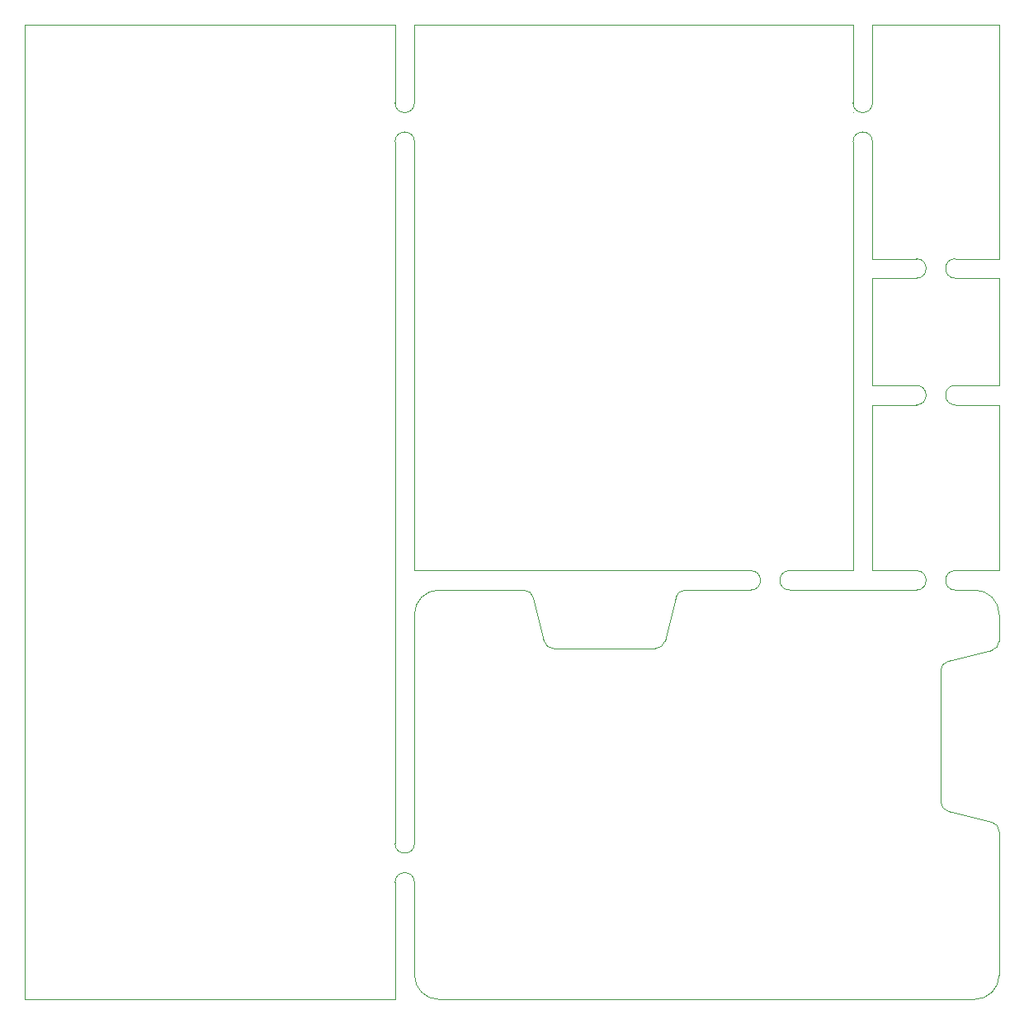
<source format=gm1>
%TF.GenerationSoftware,KiCad,Pcbnew,9.0.2*%
%TF.CreationDate,2025-06-27T14:31:59+02:00*%
%TF.ProjectId,led_driver_220v_p3,6c65645f-6472-4697-9665-725f32323076,rev?*%
%TF.SameCoordinates,Original*%
%TF.FileFunction,Profile,NP*%
%FSLAX46Y46*%
G04 Gerber Fmt 4.6, Leading zero omitted, Abs format (unit mm)*
G04 Created by KiCad (PCBNEW 9.0.2) date 2025-06-27 14:31:59*
%MOMM*%
%LPD*%
G01*
G04 APERTURE LIST*
%TA.AperFunction,Profile*%
%ADD10C,0.050000*%
%TD*%
G04 APERTURE END LIST*
D10*
X150000000Y-137500000D02*
G75*
G02*
X147500000Y-140000000I-2500000J0D01*
G01*
X90000000Y-96000000D02*
X124500000Y-96000000D01*
X150000000Y-66000000D02*
X145500000Y-66000000D01*
X141500000Y-77000000D02*
G75*
G02*
X141500000Y-79000000I0J-1000000D01*
G01*
X50000000Y-40000000D02*
X88000000Y-40000000D01*
X135000000Y-40000000D02*
X135000000Y-48000000D01*
X137000000Y-96000000D02*
X141500000Y-96000000D01*
X90000000Y-100500000D02*
G75*
G02*
X92500000Y-98000000I2500000J0D01*
G01*
X50000000Y-140000000D02*
X50000000Y-40000000D01*
X141500000Y-64000000D02*
X137000000Y-64000000D01*
X145500000Y-96000000D02*
X150000000Y-96000000D01*
X90000000Y-52000000D02*
X90000000Y-96000000D01*
X90000000Y-124000000D02*
X90000000Y-100500000D01*
X150000000Y-103219224D02*
X150000000Y-100500000D01*
X101219224Y-98000000D02*
G75*
G02*
X102189344Y-98757470I-24J-1000000D01*
G01*
X92500000Y-140000000D02*
G75*
G02*
X90000000Y-137500000I0J2500000D01*
G01*
X141500000Y-77000000D02*
X137000000Y-77000000D01*
X144000000Y-106280776D02*
X144000000Y-119719224D01*
X135000000Y-52000000D02*
X135000000Y-96000000D01*
X144000000Y-106280776D02*
G75*
G02*
X144757451Y-105310583I1000100J-24D01*
G01*
X88000000Y-128000000D02*
G75*
G02*
X90000000Y-128000000I1000000J0D01*
G01*
X117780776Y-98000000D02*
X124500000Y-98000000D01*
X149242536Y-121810634D02*
G75*
G02*
X150000023Y-122780776I-242536J-970166D01*
G01*
X145500000Y-66000000D02*
G75*
G02*
X145500000Y-64000000I0J1000000D01*
G01*
X147500000Y-98000000D02*
G75*
G02*
X150000000Y-100500000I0J-2500000D01*
G01*
X124500000Y-96000000D02*
G75*
G02*
X124500000Y-98000000I0J-1000000D01*
G01*
X137000000Y-66000000D02*
X137000000Y-77000000D01*
X104280776Y-104000000D02*
X114719224Y-104000000D01*
X145500000Y-98000000D02*
G75*
G02*
X145500000Y-96000000I0J1000000D01*
G01*
X147500000Y-140000000D02*
X92500000Y-140000000D01*
X150000000Y-40000000D02*
X137000000Y-40000000D01*
X150000000Y-96000000D02*
X150000000Y-79000000D01*
X135000001Y-49000000D02*
X135000001Y-49000000D01*
X135000001Y-49000000D01*
X135000001Y-49000000D01*
X135000001Y-49000000D01*
X135000001Y-49000000D01*
X135000001Y-49000001D01*
X135000001Y-49000001D01*
X135000001Y-49000001D01*
X135000001Y-49000001D01*
X135000001Y-49000001D01*
X135000001Y-49000001D01*
X135000001Y-49000001D01*
X135000000Y-49000001D01*
X135000000Y-49000001D01*
X135000000Y-49000001D01*
X135000000Y-49000001D01*
X135000000Y-49000001D01*
X135000000Y-49000001D01*
X135000000Y-49000001D01*
X135000000Y-49000001D01*
X135000000Y-49000001D01*
X135000000Y-49000001D01*
X135000000Y-49000001D01*
X135000000Y-49000001D01*
X134999999Y-49000001D01*
X134999999Y-49000001D01*
X134999999Y-49000001D01*
X134999999Y-49000001D01*
X134999999Y-49000001D01*
X134999999Y-49000001D01*
X134999999Y-49000000D01*
X134999999Y-49000000D01*
X134999999Y-49000000D01*
X134999999Y-49000000D01*
X134999999Y-49000000D01*
X134999999Y-49000000D01*
X134999999Y-49000000D02*
X134999999Y-49000000D01*
X134999999Y-49000000D01*
X134999999Y-49000000D01*
X134999999Y-49000000D01*
X134999999Y-49000000D01*
X134999999Y-49000000D01*
X134999999Y-48999999D01*
X134999999Y-48999999D01*
X134999999Y-48999999D01*
X134999999Y-48999999D01*
X134999999Y-48999999D01*
X135000000Y-48999999D01*
X135000000Y-48999999D01*
X135000000Y-48999999D01*
X135000000Y-48999999D01*
X135000000Y-48999999D01*
X135000000Y-48999999D01*
X135000000Y-48999999D01*
X135000000Y-48999999D01*
X135000000Y-48999999D01*
X135000000Y-48999999D01*
X135000000Y-48999999D01*
X135000000Y-48999999D01*
X135000001Y-48999999D01*
X135000001Y-48999999D01*
X135000001Y-48999999D01*
X135000001Y-48999999D01*
X135000001Y-48999999D01*
X135000001Y-48999999D01*
X135000001Y-49000000D01*
X135000001Y-49000000D01*
X135000001Y-49000000D01*
X135000001Y-49000000D01*
X135000001Y-49000000D01*
X135000001Y-49000000D01*
X135000001Y-49000000D01*
X92500000Y-98000000D02*
X101219224Y-98000000D01*
X90000000Y-137500000D02*
X90000000Y-128000000D01*
X150000000Y-77000000D02*
X150000000Y-66000000D01*
X150000000Y-64000000D02*
X150000000Y-40000000D01*
X150000000Y-103219224D02*
G75*
G02*
X149242549Y-104189417I-1000100J24D01*
G01*
X128500000Y-98000000D02*
G75*
G02*
X128500000Y-96000000I0J1000000D01*
G01*
X128500000Y-96000000D02*
X135000000Y-96000000D01*
X90000000Y-124000000D02*
G75*
G02*
X88000000Y-124000000I-1000000J0D01*
G01*
X144757464Y-120689366D02*
X149242536Y-121810634D01*
X128500000Y-98000000D02*
X141500000Y-98000000D01*
X150000000Y-64000000D02*
X145500000Y-64000000D01*
X137000000Y-64000000D02*
X137000000Y-52000000D01*
X145500000Y-98000000D02*
X147500000Y-98000000D01*
X88000000Y-52000000D02*
G75*
G02*
X90000000Y-52000000I1000000J0D01*
G01*
X90000000Y-40000000D02*
X135000000Y-40000000D01*
X102189366Y-98757464D02*
X103310634Y-103242536D01*
X115689366Y-103242536D02*
G75*
G02*
X114719224Y-104000023I-970166J242536D01*
G01*
X104280776Y-104000000D02*
G75*
G02*
X103310583Y-103242549I24J1000100D01*
G01*
X88000000Y-140000000D02*
X50000000Y-140000000D01*
X141500000Y-79000000D02*
X137000000Y-79000000D01*
X145500000Y-79000000D02*
G75*
G02*
X145500000Y-77000000I0J1000000D01*
G01*
X137000000Y-79000000D02*
X137000000Y-96000000D01*
X150000000Y-122780776D02*
X150000000Y-137500000D01*
X116810634Y-98757464D02*
G75*
G02*
X117780776Y-97999977I970166J-242536D01*
G01*
X141500000Y-64000000D02*
G75*
G02*
X141500000Y-66000000I0J-1000000D01*
G01*
X149242536Y-104189366D02*
X144757464Y-105310634D01*
X137000000Y-48000000D02*
G75*
G02*
X135000000Y-48000000I-1000000J0D01*
G01*
X88000000Y-40000000D02*
X88000000Y-48000000D01*
X141500000Y-66000000D02*
X137000000Y-66000000D01*
X90000000Y-48000000D02*
X90000000Y-40000000D01*
X137000000Y-40000000D02*
X137000000Y-48000000D01*
X88000000Y-128000000D02*
X88000000Y-140000000D01*
X90000000Y-48000000D02*
G75*
G02*
X88000000Y-48000000I-1000000J0D01*
G01*
X135000000Y-52000000D02*
G75*
G02*
X137000000Y-52000000I1000000J0D01*
G01*
X144757464Y-120689366D02*
G75*
G02*
X143999977Y-119719224I242536J970166D01*
G01*
X150000000Y-79000000D02*
X145500000Y-79000000D01*
X115689366Y-103242536D02*
X116810634Y-98757464D01*
X88000000Y-124000000D02*
X88000000Y-52000000D01*
X150000000Y-77000000D02*
X145500000Y-77000000D01*
X141500000Y-96000000D02*
G75*
G02*
X141500000Y-98000000I0J-1000000D01*
G01*
M02*

</source>
